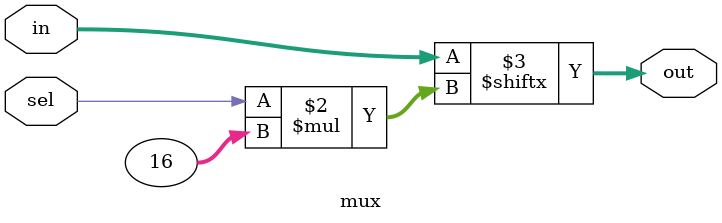
<source format=v>
`timescale 1ns / 1ps
module mux #(
		parameter INSIZE=2, SELSIZE=1, DATASIZE = 16
	)
	(
    input [DATASIZE*INSIZE -1:0] in,
    output reg [DATASIZE - 1:0] out,
    input [SELSIZE-1:0] sel
    );
	 always @(in , sel)begin
		out = in[(sel+1)*DATASIZE-1:sel*DATASIZE];
	 end

endmodule

</source>
